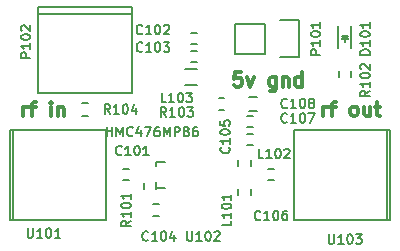
<source format=gto>
G04 #@! TF.FileFunction,Legend,Top*
%FSLAX46Y46*%
G04 Gerber Fmt 4.6, Leading zero omitted, Abs format (unit mm)*
G04 Created by KiCad (PCBNEW 4.0.2-stable) date Thu May 19 00:56:02 2016*
%MOMM*%
G01*
G04 APERTURE LIST*
%ADD10C,0.100000*%
%ADD11C,0.300000*%
%ADD12C,0.150000*%
%ADD13C,0.200000*%
G04 APERTURE END LIST*
D10*
D11*
X117742858Y-76342857D02*
X117171429Y-76342857D01*
X117114286Y-76914286D01*
X117171429Y-76857143D01*
X117285715Y-76800000D01*
X117571429Y-76800000D01*
X117685715Y-76857143D01*
X117742858Y-76914286D01*
X117800001Y-77028571D01*
X117800001Y-77314286D01*
X117742858Y-77428571D01*
X117685715Y-77485714D01*
X117571429Y-77542857D01*
X117285715Y-77542857D01*
X117171429Y-77485714D01*
X117114286Y-77428571D01*
X118200001Y-76742857D02*
X118485715Y-77542857D01*
X118771429Y-76742857D01*
X120657144Y-76742857D02*
X120657144Y-77714286D01*
X120600001Y-77828571D01*
X120542858Y-77885714D01*
X120428573Y-77942857D01*
X120257144Y-77942857D01*
X120142858Y-77885714D01*
X120657144Y-77485714D02*
X120542858Y-77542857D01*
X120314287Y-77542857D01*
X120200001Y-77485714D01*
X120142858Y-77428571D01*
X120085715Y-77314286D01*
X120085715Y-76971429D01*
X120142858Y-76857143D01*
X120200001Y-76800000D01*
X120314287Y-76742857D01*
X120542858Y-76742857D01*
X120657144Y-76800000D01*
X121228572Y-76742857D02*
X121228572Y-77542857D01*
X121228572Y-76857143D02*
X121285715Y-76800000D01*
X121400001Y-76742857D01*
X121571429Y-76742857D01*
X121685715Y-76800000D01*
X121742858Y-76914286D01*
X121742858Y-77542857D01*
X122828572Y-77542857D02*
X122828572Y-76342857D01*
X122828572Y-77485714D02*
X122714286Y-77542857D01*
X122485715Y-77542857D01*
X122371429Y-77485714D01*
X122314286Y-77428571D01*
X122257143Y-77314286D01*
X122257143Y-76971429D01*
X122314286Y-76857143D01*
X122371429Y-76800000D01*
X122485715Y-76742857D01*
X122714286Y-76742857D01*
X122828572Y-76800000D01*
X99285714Y-80042857D02*
X99285714Y-79242857D01*
X99285714Y-79471429D02*
X99342857Y-79357143D01*
X99400000Y-79300000D01*
X99514286Y-79242857D01*
X99628571Y-79242857D01*
X99857143Y-79242857D02*
X100314286Y-79242857D01*
X100028571Y-80042857D02*
X100028571Y-79014286D01*
X100085714Y-78900000D01*
X100200000Y-78842857D01*
X100314286Y-78842857D01*
X101628571Y-80042857D02*
X101628571Y-79242857D01*
X101628571Y-78842857D02*
X101571428Y-78900000D01*
X101628571Y-78957143D01*
X101685714Y-78900000D01*
X101628571Y-78842857D01*
X101628571Y-78957143D01*
X102200000Y-79242857D02*
X102200000Y-80042857D01*
X102200000Y-79357143D02*
X102257143Y-79300000D01*
X102371429Y-79242857D01*
X102542857Y-79242857D01*
X102657143Y-79300000D01*
X102714286Y-79414286D01*
X102714286Y-80042857D01*
X124685715Y-80042857D02*
X124685715Y-79242857D01*
X124685715Y-79471429D02*
X124742858Y-79357143D01*
X124800001Y-79300000D01*
X124914287Y-79242857D01*
X125028572Y-79242857D01*
X125257144Y-79242857D02*
X125714287Y-79242857D01*
X125428572Y-80042857D02*
X125428572Y-79014286D01*
X125485715Y-78900000D01*
X125600001Y-78842857D01*
X125714287Y-78842857D01*
X127200001Y-80042857D02*
X127085715Y-79985714D01*
X127028572Y-79928571D01*
X126971429Y-79814286D01*
X126971429Y-79471429D01*
X127028572Y-79357143D01*
X127085715Y-79300000D01*
X127200001Y-79242857D01*
X127371429Y-79242857D01*
X127485715Y-79300000D01*
X127542858Y-79357143D01*
X127600001Y-79471429D01*
X127600001Y-79814286D01*
X127542858Y-79928571D01*
X127485715Y-79985714D01*
X127371429Y-80042857D01*
X127200001Y-80042857D01*
X128628572Y-79242857D02*
X128628572Y-80042857D01*
X128114286Y-79242857D02*
X128114286Y-79871429D01*
X128171429Y-79985714D01*
X128285715Y-80042857D01*
X128457143Y-80042857D01*
X128571429Y-79985714D01*
X128628572Y-79928571D01*
X129028572Y-79242857D02*
X129485715Y-79242857D01*
X129200000Y-78842857D02*
X129200000Y-79871429D01*
X129257143Y-79985714D01*
X129371429Y-80042857D01*
X129485715Y-80042857D01*
D12*
X107750000Y-85475000D02*
X108250000Y-85475000D01*
X108250000Y-84525000D02*
X107750000Y-84525000D01*
X113500000Y-73975000D02*
X114000000Y-73975000D01*
X114000000Y-73025000D02*
X113500000Y-73025000D01*
X113500000Y-75475000D02*
X114000000Y-75475000D01*
X114000000Y-74525000D02*
X113500000Y-74525000D01*
X110250000Y-88475000D02*
X110750000Y-88475000D01*
X110750000Y-87525000D02*
X110250000Y-87525000D01*
X118750000Y-81525000D02*
X118250000Y-81525000D01*
X118250000Y-82475000D02*
X118750000Y-82475000D01*
X120000000Y-85475000D02*
X120500000Y-85475000D01*
X120500000Y-84525000D02*
X120000000Y-84525000D01*
X118750000Y-80025000D02*
X118250000Y-80025000D01*
X118250000Y-80975000D02*
X118750000Y-80975000D01*
X118400000Y-78400000D02*
X119100000Y-78400000D01*
X119100000Y-79600000D02*
X118400000Y-79600000D01*
X125950000Y-72400000D02*
X125950000Y-74300000D01*
X127050000Y-72400000D02*
X127050000Y-74300000D01*
X126500000Y-73300000D02*
X126500000Y-73750000D01*
X126750000Y-73250000D02*
X126250000Y-73250000D01*
X126500000Y-73250000D02*
X126750000Y-73500000D01*
X126750000Y-73500000D02*
X126250000Y-73500000D01*
X126250000Y-73500000D02*
X126500000Y-73250000D01*
X118525000Y-86750000D02*
X118525000Y-86250000D01*
X117475000Y-86250000D02*
X117475000Y-86750000D01*
X118525000Y-84250000D02*
X118525000Y-83750000D01*
X117475000Y-83750000D02*
X117475000Y-84250000D01*
X114000000Y-77425000D02*
X113000000Y-77425000D01*
X113000000Y-76075000D02*
X114000000Y-76075000D01*
X119770000Y-74770000D02*
X117230000Y-74770000D01*
X122590000Y-75050000D02*
X121040000Y-75050000D01*
X119770000Y-74770000D02*
X119770000Y-72230000D01*
X121040000Y-71950000D02*
X122590000Y-71950000D01*
X122590000Y-71950000D02*
X122590000Y-75050000D01*
X119770000Y-72230000D02*
X117230000Y-72230000D01*
X117230000Y-72230000D02*
X117230000Y-74770000D01*
X108500000Y-70805000D02*
X100500000Y-70805000D01*
X108500000Y-78125000D02*
X100500000Y-78125000D01*
X100500000Y-78125000D02*
X100500000Y-70805000D01*
X100500000Y-71425000D02*
X108500000Y-71425000D01*
X108500000Y-70805000D02*
X108500000Y-78125000D01*
X109475000Y-85700000D02*
X109475000Y-86200000D01*
X110525000Y-86200000D02*
X110525000Y-85700000D01*
X125975000Y-76200000D02*
X125975000Y-76700000D01*
X127025000Y-76700000D02*
X127025000Y-76200000D01*
X115800000Y-79525000D02*
X116300000Y-79525000D01*
X116300000Y-78475000D02*
X115800000Y-78475000D01*
X104750000Y-78975000D02*
X104250000Y-78975000D01*
X104250000Y-80025000D02*
X104750000Y-80025000D01*
X98436000Y-88810000D02*
X98436000Y-81190000D01*
X98182000Y-88810000D02*
X98690000Y-88810000D01*
X98182000Y-81190000D02*
X98182000Y-88810000D01*
X98182000Y-81190000D02*
X98690000Y-81190000D01*
X106310000Y-88810000D02*
X98690000Y-88810000D01*
X106310000Y-81190000D02*
X106310000Y-88810000D01*
X98690000Y-81190000D02*
X106310000Y-81190000D01*
X111170000Y-86100000D02*
X111270000Y-86100000D01*
X110470000Y-85600000D02*
X110470000Y-86000000D01*
X110470000Y-86000000D02*
X110470000Y-86100000D01*
X110470000Y-86100000D02*
X111170000Y-86100000D01*
X110470000Y-83900000D02*
X111270000Y-83900000D01*
X110470000Y-83900000D02*
X110470000Y-84300000D01*
X130064000Y-81190000D02*
X130064000Y-88810000D01*
X130318000Y-81190000D02*
X129810000Y-81190000D01*
X130318000Y-88810000D02*
X130318000Y-81190000D01*
X130318000Y-88810000D02*
X129810000Y-88810000D01*
X122190000Y-81190000D02*
X129810000Y-81190000D01*
X122190000Y-88810000D02*
X122190000Y-81190000D01*
X129810000Y-88810000D02*
X122190000Y-88810000D01*
D13*
X107604762Y-83285714D02*
X107566667Y-83323810D01*
X107452381Y-83361905D01*
X107376191Y-83361905D01*
X107261905Y-83323810D01*
X107185714Y-83247619D01*
X107147619Y-83171429D01*
X107109524Y-83019048D01*
X107109524Y-82904762D01*
X107147619Y-82752381D01*
X107185714Y-82676190D01*
X107261905Y-82600000D01*
X107376191Y-82561905D01*
X107452381Y-82561905D01*
X107566667Y-82600000D01*
X107604762Y-82638095D01*
X108366667Y-83361905D02*
X107909524Y-83361905D01*
X108138095Y-83361905D02*
X108138095Y-82561905D01*
X108061905Y-82676190D01*
X107985714Y-82752381D01*
X107909524Y-82790476D01*
X108861905Y-82561905D02*
X108938096Y-82561905D01*
X109014286Y-82600000D01*
X109052381Y-82638095D01*
X109090477Y-82714286D01*
X109128572Y-82866667D01*
X109128572Y-83057143D01*
X109090477Y-83209524D01*
X109052381Y-83285714D01*
X109014286Y-83323810D01*
X108938096Y-83361905D01*
X108861905Y-83361905D01*
X108785715Y-83323810D01*
X108747619Y-83285714D01*
X108709524Y-83209524D01*
X108671429Y-83057143D01*
X108671429Y-82866667D01*
X108709524Y-82714286D01*
X108747619Y-82638095D01*
X108785715Y-82600000D01*
X108861905Y-82561905D01*
X109890477Y-83361905D02*
X109433334Y-83361905D01*
X109661905Y-83361905D02*
X109661905Y-82561905D01*
X109585715Y-82676190D01*
X109509524Y-82752381D01*
X109433334Y-82790476D01*
X109354762Y-73035714D02*
X109316667Y-73073810D01*
X109202381Y-73111905D01*
X109126191Y-73111905D01*
X109011905Y-73073810D01*
X108935714Y-72997619D01*
X108897619Y-72921429D01*
X108859524Y-72769048D01*
X108859524Y-72654762D01*
X108897619Y-72502381D01*
X108935714Y-72426190D01*
X109011905Y-72350000D01*
X109126191Y-72311905D01*
X109202381Y-72311905D01*
X109316667Y-72350000D01*
X109354762Y-72388095D01*
X110116667Y-73111905D02*
X109659524Y-73111905D01*
X109888095Y-73111905D02*
X109888095Y-72311905D01*
X109811905Y-72426190D01*
X109735714Y-72502381D01*
X109659524Y-72540476D01*
X110611905Y-72311905D02*
X110688096Y-72311905D01*
X110764286Y-72350000D01*
X110802381Y-72388095D01*
X110840477Y-72464286D01*
X110878572Y-72616667D01*
X110878572Y-72807143D01*
X110840477Y-72959524D01*
X110802381Y-73035714D01*
X110764286Y-73073810D01*
X110688096Y-73111905D01*
X110611905Y-73111905D01*
X110535715Y-73073810D01*
X110497619Y-73035714D01*
X110459524Y-72959524D01*
X110421429Y-72807143D01*
X110421429Y-72616667D01*
X110459524Y-72464286D01*
X110497619Y-72388095D01*
X110535715Y-72350000D01*
X110611905Y-72311905D01*
X111183334Y-72388095D02*
X111221429Y-72350000D01*
X111297620Y-72311905D01*
X111488096Y-72311905D01*
X111564286Y-72350000D01*
X111602382Y-72388095D01*
X111640477Y-72464286D01*
X111640477Y-72540476D01*
X111602382Y-72654762D01*
X111145239Y-73111905D01*
X111640477Y-73111905D01*
X109354762Y-74535714D02*
X109316667Y-74573810D01*
X109202381Y-74611905D01*
X109126191Y-74611905D01*
X109011905Y-74573810D01*
X108935714Y-74497619D01*
X108897619Y-74421429D01*
X108859524Y-74269048D01*
X108859524Y-74154762D01*
X108897619Y-74002381D01*
X108935714Y-73926190D01*
X109011905Y-73850000D01*
X109126191Y-73811905D01*
X109202381Y-73811905D01*
X109316667Y-73850000D01*
X109354762Y-73888095D01*
X110116667Y-74611905D02*
X109659524Y-74611905D01*
X109888095Y-74611905D02*
X109888095Y-73811905D01*
X109811905Y-73926190D01*
X109735714Y-74002381D01*
X109659524Y-74040476D01*
X110611905Y-73811905D02*
X110688096Y-73811905D01*
X110764286Y-73850000D01*
X110802381Y-73888095D01*
X110840477Y-73964286D01*
X110878572Y-74116667D01*
X110878572Y-74307143D01*
X110840477Y-74459524D01*
X110802381Y-74535714D01*
X110764286Y-74573810D01*
X110688096Y-74611905D01*
X110611905Y-74611905D01*
X110535715Y-74573810D01*
X110497619Y-74535714D01*
X110459524Y-74459524D01*
X110421429Y-74307143D01*
X110421429Y-74116667D01*
X110459524Y-73964286D01*
X110497619Y-73888095D01*
X110535715Y-73850000D01*
X110611905Y-73811905D01*
X111145239Y-73811905D02*
X111640477Y-73811905D01*
X111373810Y-74116667D01*
X111488096Y-74116667D01*
X111564286Y-74154762D01*
X111602382Y-74192857D01*
X111640477Y-74269048D01*
X111640477Y-74459524D01*
X111602382Y-74535714D01*
X111564286Y-74573810D01*
X111488096Y-74611905D01*
X111259524Y-74611905D01*
X111183334Y-74573810D01*
X111145239Y-74535714D01*
X109854762Y-90535714D02*
X109816667Y-90573810D01*
X109702381Y-90611905D01*
X109626191Y-90611905D01*
X109511905Y-90573810D01*
X109435714Y-90497619D01*
X109397619Y-90421429D01*
X109359524Y-90269048D01*
X109359524Y-90154762D01*
X109397619Y-90002381D01*
X109435714Y-89926190D01*
X109511905Y-89850000D01*
X109626191Y-89811905D01*
X109702381Y-89811905D01*
X109816667Y-89850000D01*
X109854762Y-89888095D01*
X110616667Y-90611905D02*
X110159524Y-90611905D01*
X110388095Y-90611905D02*
X110388095Y-89811905D01*
X110311905Y-89926190D01*
X110235714Y-90002381D01*
X110159524Y-90040476D01*
X111111905Y-89811905D02*
X111188096Y-89811905D01*
X111264286Y-89850000D01*
X111302381Y-89888095D01*
X111340477Y-89964286D01*
X111378572Y-90116667D01*
X111378572Y-90307143D01*
X111340477Y-90459524D01*
X111302381Y-90535714D01*
X111264286Y-90573810D01*
X111188096Y-90611905D01*
X111111905Y-90611905D01*
X111035715Y-90573810D01*
X110997619Y-90535714D01*
X110959524Y-90459524D01*
X110921429Y-90307143D01*
X110921429Y-90116667D01*
X110959524Y-89964286D01*
X110997619Y-89888095D01*
X111035715Y-89850000D01*
X111111905Y-89811905D01*
X112064286Y-90078571D02*
X112064286Y-90611905D01*
X111873810Y-89773810D02*
X111683334Y-90345238D01*
X112178572Y-90345238D01*
X116685714Y-82695238D02*
X116723810Y-82733333D01*
X116761905Y-82847619D01*
X116761905Y-82923809D01*
X116723810Y-83038095D01*
X116647619Y-83114286D01*
X116571429Y-83152381D01*
X116419048Y-83190476D01*
X116304762Y-83190476D01*
X116152381Y-83152381D01*
X116076190Y-83114286D01*
X116000000Y-83038095D01*
X115961905Y-82923809D01*
X115961905Y-82847619D01*
X116000000Y-82733333D01*
X116038095Y-82695238D01*
X116761905Y-81933333D02*
X116761905Y-82390476D01*
X116761905Y-82161905D02*
X115961905Y-82161905D01*
X116076190Y-82238095D01*
X116152381Y-82314286D01*
X116190476Y-82390476D01*
X115961905Y-81438095D02*
X115961905Y-81361904D01*
X116000000Y-81285714D01*
X116038095Y-81247619D01*
X116114286Y-81209523D01*
X116266667Y-81171428D01*
X116457143Y-81171428D01*
X116609524Y-81209523D01*
X116685714Y-81247619D01*
X116723810Y-81285714D01*
X116761905Y-81361904D01*
X116761905Y-81438095D01*
X116723810Y-81514285D01*
X116685714Y-81552381D01*
X116609524Y-81590476D01*
X116457143Y-81628571D01*
X116266667Y-81628571D01*
X116114286Y-81590476D01*
X116038095Y-81552381D01*
X116000000Y-81514285D01*
X115961905Y-81438095D01*
X115961905Y-80447618D02*
X115961905Y-80828571D01*
X116342857Y-80866666D01*
X116304762Y-80828571D01*
X116266667Y-80752380D01*
X116266667Y-80561904D01*
X116304762Y-80485714D01*
X116342857Y-80447618D01*
X116419048Y-80409523D01*
X116609524Y-80409523D01*
X116685714Y-80447618D01*
X116723810Y-80485714D01*
X116761905Y-80561904D01*
X116761905Y-80752380D01*
X116723810Y-80828571D01*
X116685714Y-80866666D01*
X119354762Y-88785714D02*
X119316667Y-88823810D01*
X119202381Y-88861905D01*
X119126191Y-88861905D01*
X119011905Y-88823810D01*
X118935714Y-88747619D01*
X118897619Y-88671429D01*
X118859524Y-88519048D01*
X118859524Y-88404762D01*
X118897619Y-88252381D01*
X118935714Y-88176190D01*
X119011905Y-88100000D01*
X119126191Y-88061905D01*
X119202381Y-88061905D01*
X119316667Y-88100000D01*
X119354762Y-88138095D01*
X120116667Y-88861905D02*
X119659524Y-88861905D01*
X119888095Y-88861905D02*
X119888095Y-88061905D01*
X119811905Y-88176190D01*
X119735714Y-88252381D01*
X119659524Y-88290476D01*
X120611905Y-88061905D02*
X120688096Y-88061905D01*
X120764286Y-88100000D01*
X120802381Y-88138095D01*
X120840477Y-88214286D01*
X120878572Y-88366667D01*
X120878572Y-88557143D01*
X120840477Y-88709524D01*
X120802381Y-88785714D01*
X120764286Y-88823810D01*
X120688096Y-88861905D01*
X120611905Y-88861905D01*
X120535715Y-88823810D01*
X120497619Y-88785714D01*
X120459524Y-88709524D01*
X120421429Y-88557143D01*
X120421429Y-88366667D01*
X120459524Y-88214286D01*
X120497619Y-88138095D01*
X120535715Y-88100000D01*
X120611905Y-88061905D01*
X121564286Y-88061905D02*
X121411905Y-88061905D01*
X121335715Y-88100000D01*
X121297620Y-88138095D01*
X121221429Y-88252381D01*
X121183334Y-88404762D01*
X121183334Y-88709524D01*
X121221429Y-88785714D01*
X121259524Y-88823810D01*
X121335715Y-88861905D01*
X121488096Y-88861905D01*
X121564286Y-88823810D01*
X121602382Y-88785714D01*
X121640477Y-88709524D01*
X121640477Y-88519048D01*
X121602382Y-88442857D01*
X121564286Y-88404762D01*
X121488096Y-88366667D01*
X121335715Y-88366667D01*
X121259524Y-88404762D01*
X121221429Y-88442857D01*
X121183334Y-88519048D01*
X121604762Y-80535714D02*
X121566667Y-80573810D01*
X121452381Y-80611905D01*
X121376191Y-80611905D01*
X121261905Y-80573810D01*
X121185714Y-80497619D01*
X121147619Y-80421429D01*
X121109524Y-80269048D01*
X121109524Y-80154762D01*
X121147619Y-80002381D01*
X121185714Y-79926190D01*
X121261905Y-79850000D01*
X121376191Y-79811905D01*
X121452381Y-79811905D01*
X121566667Y-79850000D01*
X121604762Y-79888095D01*
X122366667Y-80611905D02*
X121909524Y-80611905D01*
X122138095Y-80611905D02*
X122138095Y-79811905D01*
X122061905Y-79926190D01*
X121985714Y-80002381D01*
X121909524Y-80040476D01*
X122861905Y-79811905D02*
X122938096Y-79811905D01*
X123014286Y-79850000D01*
X123052381Y-79888095D01*
X123090477Y-79964286D01*
X123128572Y-80116667D01*
X123128572Y-80307143D01*
X123090477Y-80459524D01*
X123052381Y-80535714D01*
X123014286Y-80573810D01*
X122938096Y-80611905D01*
X122861905Y-80611905D01*
X122785715Y-80573810D01*
X122747619Y-80535714D01*
X122709524Y-80459524D01*
X122671429Y-80307143D01*
X122671429Y-80116667D01*
X122709524Y-79964286D01*
X122747619Y-79888095D01*
X122785715Y-79850000D01*
X122861905Y-79811905D01*
X123395239Y-79811905D02*
X123928572Y-79811905D01*
X123585715Y-80611905D01*
X121604762Y-79285714D02*
X121566667Y-79323810D01*
X121452381Y-79361905D01*
X121376191Y-79361905D01*
X121261905Y-79323810D01*
X121185714Y-79247619D01*
X121147619Y-79171429D01*
X121109524Y-79019048D01*
X121109524Y-78904762D01*
X121147619Y-78752381D01*
X121185714Y-78676190D01*
X121261905Y-78600000D01*
X121376191Y-78561905D01*
X121452381Y-78561905D01*
X121566667Y-78600000D01*
X121604762Y-78638095D01*
X122366667Y-79361905D02*
X121909524Y-79361905D01*
X122138095Y-79361905D02*
X122138095Y-78561905D01*
X122061905Y-78676190D01*
X121985714Y-78752381D01*
X121909524Y-78790476D01*
X122861905Y-78561905D02*
X122938096Y-78561905D01*
X123014286Y-78600000D01*
X123052381Y-78638095D01*
X123090477Y-78714286D01*
X123128572Y-78866667D01*
X123128572Y-79057143D01*
X123090477Y-79209524D01*
X123052381Y-79285714D01*
X123014286Y-79323810D01*
X122938096Y-79361905D01*
X122861905Y-79361905D01*
X122785715Y-79323810D01*
X122747619Y-79285714D01*
X122709524Y-79209524D01*
X122671429Y-79057143D01*
X122671429Y-78866667D01*
X122709524Y-78714286D01*
X122747619Y-78638095D01*
X122785715Y-78600000D01*
X122861905Y-78561905D01*
X123585715Y-78904762D02*
X123509524Y-78866667D01*
X123471429Y-78828571D01*
X123433334Y-78752381D01*
X123433334Y-78714286D01*
X123471429Y-78638095D01*
X123509524Y-78600000D01*
X123585715Y-78561905D01*
X123738096Y-78561905D01*
X123814286Y-78600000D01*
X123852382Y-78638095D01*
X123890477Y-78714286D01*
X123890477Y-78752381D01*
X123852382Y-78828571D01*
X123814286Y-78866667D01*
X123738096Y-78904762D01*
X123585715Y-78904762D01*
X123509524Y-78942857D01*
X123471429Y-78980952D01*
X123433334Y-79057143D01*
X123433334Y-79209524D01*
X123471429Y-79285714D01*
X123509524Y-79323810D01*
X123585715Y-79361905D01*
X123738096Y-79361905D01*
X123814286Y-79323810D01*
X123852382Y-79285714D01*
X123890477Y-79209524D01*
X123890477Y-79057143D01*
X123852382Y-78980952D01*
X123814286Y-78942857D01*
X123738096Y-78904762D01*
X128611905Y-74852381D02*
X127811905Y-74852381D01*
X127811905Y-74661905D01*
X127850000Y-74547619D01*
X127926190Y-74471428D01*
X128002381Y-74433333D01*
X128154762Y-74395238D01*
X128269048Y-74395238D01*
X128421429Y-74433333D01*
X128497619Y-74471428D01*
X128573810Y-74547619D01*
X128611905Y-74661905D01*
X128611905Y-74852381D01*
X128611905Y-73633333D02*
X128611905Y-74090476D01*
X128611905Y-73861905D02*
X127811905Y-73861905D01*
X127926190Y-73938095D01*
X128002381Y-74014286D01*
X128040476Y-74090476D01*
X127811905Y-73138095D02*
X127811905Y-73061904D01*
X127850000Y-72985714D01*
X127888095Y-72947619D01*
X127964286Y-72909523D01*
X128116667Y-72871428D01*
X128307143Y-72871428D01*
X128459524Y-72909523D01*
X128535714Y-72947619D01*
X128573810Y-72985714D01*
X128611905Y-73061904D01*
X128611905Y-73138095D01*
X128573810Y-73214285D01*
X128535714Y-73252381D01*
X128459524Y-73290476D01*
X128307143Y-73328571D01*
X128116667Y-73328571D01*
X127964286Y-73290476D01*
X127888095Y-73252381D01*
X127850000Y-73214285D01*
X127811905Y-73138095D01*
X128611905Y-72109523D02*
X128611905Y-72566666D01*
X128611905Y-72338095D02*
X127811905Y-72338095D01*
X127926190Y-72414285D01*
X128002381Y-72490476D01*
X128040476Y-72566666D01*
X116861905Y-88895238D02*
X116861905Y-89276191D01*
X116061905Y-89276191D01*
X116861905Y-88209524D02*
X116861905Y-88666667D01*
X116861905Y-88438096D02*
X116061905Y-88438096D01*
X116176190Y-88514286D01*
X116252381Y-88590477D01*
X116290476Y-88666667D01*
X116061905Y-87714286D02*
X116061905Y-87638095D01*
X116100000Y-87561905D01*
X116138095Y-87523810D01*
X116214286Y-87485714D01*
X116366667Y-87447619D01*
X116557143Y-87447619D01*
X116709524Y-87485714D01*
X116785714Y-87523810D01*
X116823810Y-87561905D01*
X116861905Y-87638095D01*
X116861905Y-87714286D01*
X116823810Y-87790476D01*
X116785714Y-87828572D01*
X116709524Y-87866667D01*
X116557143Y-87904762D01*
X116366667Y-87904762D01*
X116214286Y-87866667D01*
X116138095Y-87828572D01*
X116100000Y-87790476D01*
X116061905Y-87714286D01*
X116861905Y-86685714D02*
X116861905Y-87142857D01*
X116861905Y-86914286D02*
X116061905Y-86914286D01*
X116176190Y-86990476D01*
X116252381Y-87066667D01*
X116290476Y-87142857D01*
X119604762Y-83611905D02*
X119223809Y-83611905D01*
X119223809Y-82811905D01*
X120290476Y-83611905D02*
X119833333Y-83611905D01*
X120061904Y-83611905D02*
X120061904Y-82811905D01*
X119985714Y-82926190D01*
X119909523Y-83002381D01*
X119833333Y-83040476D01*
X120785714Y-82811905D02*
X120861905Y-82811905D01*
X120938095Y-82850000D01*
X120976190Y-82888095D01*
X121014286Y-82964286D01*
X121052381Y-83116667D01*
X121052381Y-83307143D01*
X121014286Y-83459524D01*
X120976190Y-83535714D01*
X120938095Y-83573810D01*
X120861905Y-83611905D01*
X120785714Y-83611905D01*
X120709524Y-83573810D01*
X120671428Y-83535714D01*
X120633333Y-83459524D01*
X120595238Y-83307143D01*
X120595238Y-83116667D01*
X120633333Y-82964286D01*
X120671428Y-82888095D01*
X120709524Y-82850000D01*
X120785714Y-82811905D01*
X121357143Y-82888095D02*
X121395238Y-82850000D01*
X121471429Y-82811905D01*
X121661905Y-82811905D01*
X121738095Y-82850000D01*
X121776191Y-82888095D01*
X121814286Y-82964286D01*
X121814286Y-83040476D01*
X121776191Y-83154762D01*
X121319048Y-83611905D01*
X121814286Y-83611905D01*
X111354762Y-78861905D02*
X110973809Y-78861905D01*
X110973809Y-78061905D01*
X112040476Y-78861905D02*
X111583333Y-78861905D01*
X111811904Y-78861905D02*
X111811904Y-78061905D01*
X111735714Y-78176190D01*
X111659523Y-78252381D01*
X111583333Y-78290476D01*
X112535714Y-78061905D02*
X112611905Y-78061905D01*
X112688095Y-78100000D01*
X112726190Y-78138095D01*
X112764286Y-78214286D01*
X112802381Y-78366667D01*
X112802381Y-78557143D01*
X112764286Y-78709524D01*
X112726190Y-78785714D01*
X112688095Y-78823810D01*
X112611905Y-78861905D01*
X112535714Y-78861905D01*
X112459524Y-78823810D01*
X112421428Y-78785714D01*
X112383333Y-78709524D01*
X112345238Y-78557143D01*
X112345238Y-78366667D01*
X112383333Y-78214286D01*
X112421428Y-78138095D01*
X112459524Y-78100000D01*
X112535714Y-78061905D01*
X113069048Y-78061905D02*
X113564286Y-78061905D01*
X113297619Y-78366667D01*
X113411905Y-78366667D01*
X113488095Y-78404762D01*
X113526191Y-78442857D01*
X113564286Y-78519048D01*
X113564286Y-78709524D01*
X113526191Y-78785714D01*
X113488095Y-78823810D01*
X113411905Y-78861905D01*
X113183333Y-78861905D01*
X113107143Y-78823810D01*
X113069048Y-78785714D01*
X124401905Y-74852381D02*
X123601905Y-74852381D01*
X123601905Y-74547619D01*
X123640000Y-74471428D01*
X123678095Y-74433333D01*
X123754286Y-74395238D01*
X123868571Y-74395238D01*
X123944762Y-74433333D01*
X123982857Y-74471428D01*
X124020952Y-74547619D01*
X124020952Y-74852381D01*
X124401905Y-73633333D02*
X124401905Y-74090476D01*
X124401905Y-73861905D02*
X123601905Y-73861905D01*
X123716190Y-73938095D01*
X123792381Y-74014286D01*
X123830476Y-74090476D01*
X123601905Y-73138095D02*
X123601905Y-73061904D01*
X123640000Y-72985714D01*
X123678095Y-72947619D01*
X123754286Y-72909523D01*
X123906667Y-72871428D01*
X124097143Y-72871428D01*
X124249524Y-72909523D01*
X124325714Y-72947619D01*
X124363810Y-72985714D01*
X124401905Y-73061904D01*
X124401905Y-73138095D01*
X124363810Y-73214285D01*
X124325714Y-73252381D01*
X124249524Y-73290476D01*
X124097143Y-73328571D01*
X123906667Y-73328571D01*
X123754286Y-73290476D01*
X123678095Y-73252381D01*
X123640000Y-73214285D01*
X123601905Y-73138095D01*
X124401905Y-72109523D02*
X124401905Y-72566666D01*
X124401905Y-72338095D02*
X123601905Y-72338095D01*
X123716190Y-72414285D01*
X123792381Y-72490476D01*
X123830476Y-72566666D01*
X99861905Y-75102381D02*
X99061905Y-75102381D01*
X99061905Y-74797619D01*
X99100000Y-74721428D01*
X99138095Y-74683333D01*
X99214286Y-74645238D01*
X99328571Y-74645238D01*
X99404762Y-74683333D01*
X99442857Y-74721428D01*
X99480952Y-74797619D01*
X99480952Y-75102381D01*
X99861905Y-73883333D02*
X99861905Y-74340476D01*
X99861905Y-74111905D02*
X99061905Y-74111905D01*
X99176190Y-74188095D01*
X99252381Y-74264286D01*
X99290476Y-74340476D01*
X99061905Y-73388095D02*
X99061905Y-73311904D01*
X99100000Y-73235714D01*
X99138095Y-73197619D01*
X99214286Y-73159523D01*
X99366667Y-73121428D01*
X99557143Y-73121428D01*
X99709524Y-73159523D01*
X99785714Y-73197619D01*
X99823810Y-73235714D01*
X99861905Y-73311904D01*
X99861905Y-73388095D01*
X99823810Y-73464285D01*
X99785714Y-73502381D01*
X99709524Y-73540476D01*
X99557143Y-73578571D01*
X99366667Y-73578571D01*
X99214286Y-73540476D01*
X99138095Y-73502381D01*
X99100000Y-73464285D01*
X99061905Y-73388095D01*
X99138095Y-72816666D02*
X99100000Y-72778571D01*
X99061905Y-72702380D01*
X99061905Y-72511904D01*
X99100000Y-72435714D01*
X99138095Y-72397618D01*
X99214286Y-72359523D01*
X99290476Y-72359523D01*
X99404762Y-72397618D01*
X99861905Y-72854761D01*
X99861905Y-72359523D01*
X108361905Y-88895238D02*
X107980952Y-89161905D01*
X108361905Y-89352381D02*
X107561905Y-89352381D01*
X107561905Y-89047619D01*
X107600000Y-88971428D01*
X107638095Y-88933333D01*
X107714286Y-88895238D01*
X107828571Y-88895238D01*
X107904762Y-88933333D01*
X107942857Y-88971428D01*
X107980952Y-89047619D01*
X107980952Y-89352381D01*
X108361905Y-88133333D02*
X108361905Y-88590476D01*
X108361905Y-88361905D02*
X107561905Y-88361905D01*
X107676190Y-88438095D01*
X107752381Y-88514286D01*
X107790476Y-88590476D01*
X107561905Y-87638095D02*
X107561905Y-87561904D01*
X107600000Y-87485714D01*
X107638095Y-87447619D01*
X107714286Y-87409523D01*
X107866667Y-87371428D01*
X108057143Y-87371428D01*
X108209524Y-87409523D01*
X108285714Y-87447619D01*
X108323810Y-87485714D01*
X108361905Y-87561904D01*
X108361905Y-87638095D01*
X108323810Y-87714285D01*
X108285714Y-87752381D01*
X108209524Y-87790476D01*
X108057143Y-87828571D01*
X107866667Y-87828571D01*
X107714286Y-87790476D01*
X107638095Y-87752381D01*
X107600000Y-87714285D01*
X107561905Y-87638095D01*
X108361905Y-86609523D02*
X108361905Y-87066666D01*
X108361905Y-86838095D02*
X107561905Y-86838095D01*
X107676190Y-86914285D01*
X107752381Y-86990476D01*
X107790476Y-87066666D01*
X128611905Y-77895238D02*
X128230952Y-78161905D01*
X128611905Y-78352381D02*
X127811905Y-78352381D01*
X127811905Y-78047619D01*
X127850000Y-77971428D01*
X127888095Y-77933333D01*
X127964286Y-77895238D01*
X128078571Y-77895238D01*
X128154762Y-77933333D01*
X128192857Y-77971428D01*
X128230952Y-78047619D01*
X128230952Y-78352381D01*
X128611905Y-77133333D02*
X128611905Y-77590476D01*
X128611905Y-77361905D02*
X127811905Y-77361905D01*
X127926190Y-77438095D01*
X128002381Y-77514286D01*
X128040476Y-77590476D01*
X127811905Y-76638095D02*
X127811905Y-76561904D01*
X127850000Y-76485714D01*
X127888095Y-76447619D01*
X127964286Y-76409523D01*
X128116667Y-76371428D01*
X128307143Y-76371428D01*
X128459524Y-76409523D01*
X128535714Y-76447619D01*
X128573810Y-76485714D01*
X128611905Y-76561904D01*
X128611905Y-76638095D01*
X128573810Y-76714285D01*
X128535714Y-76752381D01*
X128459524Y-76790476D01*
X128307143Y-76828571D01*
X128116667Y-76828571D01*
X127964286Y-76790476D01*
X127888095Y-76752381D01*
X127850000Y-76714285D01*
X127811905Y-76638095D01*
X127888095Y-76066666D02*
X127850000Y-76028571D01*
X127811905Y-75952380D01*
X127811905Y-75761904D01*
X127850000Y-75685714D01*
X127888095Y-75647618D01*
X127964286Y-75609523D01*
X128040476Y-75609523D01*
X128154762Y-75647618D01*
X128611905Y-76104761D01*
X128611905Y-75609523D01*
X111354762Y-80111905D02*
X111088095Y-79730952D01*
X110897619Y-80111905D02*
X110897619Y-79311905D01*
X111202381Y-79311905D01*
X111278572Y-79350000D01*
X111316667Y-79388095D01*
X111354762Y-79464286D01*
X111354762Y-79578571D01*
X111316667Y-79654762D01*
X111278572Y-79692857D01*
X111202381Y-79730952D01*
X110897619Y-79730952D01*
X112116667Y-80111905D02*
X111659524Y-80111905D01*
X111888095Y-80111905D02*
X111888095Y-79311905D01*
X111811905Y-79426190D01*
X111735714Y-79502381D01*
X111659524Y-79540476D01*
X112611905Y-79311905D02*
X112688096Y-79311905D01*
X112764286Y-79350000D01*
X112802381Y-79388095D01*
X112840477Y-79464286D01*
X112878572Y-79616667D01*
X112878572Y-79807143D01*
X112840477Y-79959524D01*
X112802381Y-80035714D01*
X112764286Y-80073810D01*
X112688096Y-80111905D01*
X112611905Y-80111905D01*
X112535715Y-80073810D01*
X112497619Y-80035714D01*
X112459524Y-79959524D01*
X112421429Y-79807143D01*
X112421429Y-79616667D01*
X112459524Y-79464286D01*
X112497619Y-79388095D01*
X112535715Y-79350000D01*
X112611905Y-79311905D01*
X113145239Y-79311905D02*
X113640477Y-79311905D01*
X113373810Y-79616667D01*
X113488096Y-79616667D01*
X113564286Y-79654762D01*
X113602382Y-79692857D01*
X113640477Y-79769048D01*
X113640477Y-79959524D01*
X113602382Y-80035714D01*
X113564286Y-80073810D01*
X113488096Y-80111905D01*
X113259524Y-80111905D01*
X113183334Y-80073810D01*
X113145239Y-80035714D01*
X106604762Y-79861905D02*
X106338095Y-79480952D01*
X106147619Y-79861905D02*
X106147619Y-79061905D01*
X106452381Y-79061905D01*
X106528572Y-79100000D01*
X106566667Y-79138095D01*
X106604762Y-79214286D01*
X106604762Y-79328571D01*
X106566667Y-79404762D01*
X106528572Y-79442857D01*
X106452381Y-79480952D01*
X106147619Y-79480952D01*
X107366667Y-79861905D02*
X106909524Y-79861905D01*
X107138095Y-79861905D02*
X107138095Y-79061905D01*
X107061905Y-79176190D01*
X106985714Y-79252381D01*
X106909524Y-79290476D01*
X107861905Y-79061905D02*
X107938096Y-79061905D01*
X108014286Y-79100000D01*
X108052381Y-79138095D01*
X108090477Y-79214286D01*
X108128572Y-79366667D01*
X108128572Y-79557143D01*
X108090477Y-79709524D01*
X108052381Y-79785714D01*
X108014286Y-79823810D01*
X107938096Y-79861905D01*
X107861905Y-79861905D01*
X107785715Y-79823810D01*
X107747619Y-79785714D01*
X107709524Y-79709524D01*
X107671429Y-79557143D01*
X107671429Y-79366667D01*
X107709524Y-79214286D01*
X107747619Y-79138095D01*
X107785715Y-79100000D01*
X107861905Y-79061905D01*
X108814286Y-79328571D02*
X108814286Y-79861905D01*
X108623810Y-79023810D02*
X108433334Y-79595238D01*
X108928572Y-79595238D01*
X99628571Y-89561905D02*
X99628571Y-90209524D01*
X99666666Y-90285714D01*
X99704762Y-90323810D01*
X99780952Y-90361905D01*
X99933333Y-90361905D01*
X100009524Y-90323810D01*
X100047619Y-90285714D01*
X100085714Y-90209524D01*
X100085714Y-89561905D01*
X100885714Y-90361905D02*
X100428571Y-90361905D01*
X100657142Y-90361905D02*
X100657142Y-89561905D01*
X100580952Y-89676190D01*
X100504761Y-89752381D01*
X100428571Y-89790476D01*
X101380952Y-89561905D02*
X101457143Y-89561905D01*
X101533333Y-89600000D01*
X101571428Y-89638095D01*
X101609524Y-89714286D01*
X101647619Y-89866667D01*
X101647619Y-90057143D01*
X101609524Y-90209524D01*
X101571428Y-90285714D01*
X101533333Y-90323810D01*
X101457143Y-90361905D01*
X101380952Y-90361905D01*
X101304762Y-90323810D01*
X101266666Y-90285714D01*
X101228571Y-90209524D01*
X101190476Y-90057143D01*
X101190476Y-89866667D01*
X101228571Y-89714286D01*
X101266666Y-89638095D01*
X101304762Y-89600000D01*
X101380952Y-89561905D01*
X102409524Y-90361905D02*
X101952381Y-90361905D01*
X102180952Y-90361905D02*
X102180952Y-89561905D01*
X102104762Y-89676190D01*
X102028571Y-89752381D01*
X101952381Y-89790476D01*
X113128571Y-89811905D02*
X113128571Y-90459524D01*
X113166666Y-90535714D01*
X113204762Y-90573810D01*
X113280952Y-90611905D01*
X113433333Y-90611905D01*
X113509524Y-90573810D01*
X113547619Y-90535714D01*
X113585714Y-90459524D01*
X113585714Y-89811905D01*
X114385714Y-90611905D02*
X113928571Y-90611905D01*
X114157142Y-90611905D02*
X114157142Y-89811905D01*
X114080952Y-89926190D01*
X114004761Y-90002381D01*
X113928571Y-90040476D01*
X114880952Y-89811905D02*
X114957143Y-89811905D01*
X115033333Y-89850000D01*
X115071428Y-89888095D01*
X115109524Y-89964286D01*
X115147619Y-90116667D01*
X115147619Y-90307143D01*
X115109524Y-90459524D01*
X115071428Y-90535714D01*
X115033333Y-90573810D01*
X114957143Y-90611905D01*
X114880952Y-90611905D01*
X114804762Y-90573810D01*
X114766666Y-90535714D01*
X114728571Y-90459524D01*
X114690476Y-90307143D01*
X114690476Y-90116667D01*
X114728571Y-89964286D01*
X114766666Y-89888095D01*
X114804762Y-89850000D01*
X114880952Y-89811905D01*
X115452381Y-89888095D02*
X115490476Y-89850000D01*
X115566667Y-89811905D01*
X115757143Y-89811905D01*
X115833333Y-89850000D01*
X115871429Y-89888095D01*
X115909524Y-89964286D01*
X115909524Y-90040476D01*
X115871429Y-90154762D01*
X115414286Y-90611905D01*
X115909524Y-90611905D01*
X106322380Y-81761905D02*
X106322380Y-80961905D01*
X106322380Y-81342857D02*
X106779523Y-81342857D01*
X106779523Y-81761905D02*
X106779523Y-80961905D01*
X107160475Y-81761905D02*
X107160475Y-80961905D01*
X107427142Y-81533333D01*
X107693809Y-80961905D01*
X107693809Y-81761905D01*
X108531904Y-81685714D02*
X108493809Y-81723810D01*
X108379523Y-81761905D01*
X108303333Y-81761905D01*
X108189047Y-81723810D01*
X108112856Y-81647619D01*
X108074761Y-81571429D01*
X108036666Y-81419048D01*
X108036666Y-81304762D01*
X108074761Y-81152381D01*
X108112856Y-81076190D01*
X108189047Y-81000000D01*
X108303333Y-80961905D01*
X108379523Y-80961905D01*
X108493809Y-81000000D01*
X108531904Y-81038095D01*
X109217618Y-81228571D02*
X109217618Y-81761905D01*
X109027142Y-80923810D02*
X108836666Y-81495238D01*
X109331904Y-81495238D01*
X109560476Y-80961905D02*
X110093809Y-80961905D01*
X109750952Y-81761905D01*
X110741428Y-80961905D02*
X110589047Y-80961905D01*
X110512857Y-81000000D01*
X110474762Y-81038095D01*
X110398571Y-81152381D01*
X110360476Y-81304762D01*
X110360476Y-81609524D01*
X110398571Y-81685714D01*
X110436666Y-81723810D01*
X110512857Y-81761905D01*
X110665238Y-81761905D01*
X110741428Y-81723810D01*
X110779524Y-81685714D01*
X110817619Y-81609524D01*
X110817619Y-81419048D01*
X110779524Y-81342857D01*
X110741428Y-81304762D01*
X110665238Y-81266667D01*
X110512857Y-81266667D01*
X110436666Y-81304762D01*
X110398571Y-81342857D01*
X110360476Y-81419048D01*
X111160476Y-81761905D02*
X111160476Y-80961905D01*
X111427143Y-81533333D01*
X111693810Y-80961905D01*
X111693810Y-81761905D01*
X112074762Y-81761905D02*
X112074762Y-80961905D01*
X112379524Y-80961905D01*
X112455715Y-81000000D01*
X112493810Y-81038095D01*
X112531905Y-81114286D01*
X112531905Y-81228571D01*
X112493810Y-81304762D01*
X112455715Y-81342857D01*
X112379524Y-81380952D01*
X112074762Y-81380952D01*
X112989048Y-81304762D02*
X112912857Y-81266667D01*
X112874762Y-81228571D01*
X112836667Y-81152381D01*
X112836667Y-81114286D01*
X112874762Y-81038095D01*
X112912857Y-81000000D01*
X112989048Y-80961905D01*
X113141429Y-80961905D01*
X113217619Y-81000000D01*
X113255715Y-81038095D01*
X113293810Y-81114286D01*
X113293810Y-81152381D01*
X113255715Y-81228571D01*
X113217619Y-81266667D01*
X113141429Y-81304762D01*
X112989048Y-81304762D01*
X112912857Y-81342857D01*
X112874762Y-81380952D01*
X112836667Y-81457143D01*
X112836667Y-81609524D01*
X112874762Y-81685714D01*
X112912857Y-81723810D01*
X112989048Y-81761905D01*
X113141429Y-81761905D01*
X113217619Y-81723810D01*
X113255715Y-81685714D01*
X113293810Y-81609524D01*
X113293810Y-81457143D01*
X113255715Y-81380952D01*
X113217619Y-81342857D01*
X113141429Y-81304762D01*
X113979524Y-80961905D02*
X113827143Y-80961905D01*
X113750953Y-81000000D01*
X113712858Y-81038095D01*
X113636667Y-81152381D01*
X113598572Y-81304762D01*
X113598572Y-81609524D01*
X113636667Y-81685714D01*
X113674762Y-81723810D01*
X113750953Y-81761905D01*
X113903334Y-81761905D01*
X113979524Y-81723810D01*
X114017620Y-81685714D01*
X114055715Y-81609524D01*
X114055715Y-81419048D01*
X114017620Y-81342857D01*
X113979524Y-81304762D01*
X113903334Y-81266667D01*
X113750953Y-81266667D01*
X113674762Y-81304762D01*
X113636667Y-81342857D01*
X113598572Y-81419048D01*
X125128571Y-90061905D02*
X125128571Y-90709524D01*
X125166666Y-90785714D01*
X125204762Y-90823810D01*
X125280952Y-90861905D01*
X125433333Y-90861905D01*
X125509524Y-90823810D01*
X125547619Y-90785714D01*
X125585714Y-90709524D01*
X125585714Y-90061905D01*
X126385714Y-90861905D02*
X125928571Y-90861905D01*
X126157142Y-90861905D02*
X126157142Y-90061905D01*
X126080952Y-90176190D01*
X126004761Y-90252381D01*
X125928571Y-90290476D01*
X126880952Y-90061905D02*
X126957143Y-90061905D01*
X127033333Y-90100000D01*
X127071428Y-90138095D01*
X127109524Y-90214286D01*
X127147619Y-90366667D01*
X127147619Y-90557143D01*
X127109524Y-90709524D01*
X127071428Y-90785714D01*
X127033333Y-90823810D01*
X126957143Y-90861905D01*
X126880952Y-90861905D01*
X126804762Y-90823810D01*
X126766666Y-90785714D01*
X126728571Y-90709524D01*
X126690476Y-90557143D01*
X126690476Y-90366667D01*
X126728571Y-90214286D01*
X126766666Y-90138095D01*
X126804762Y-90100000D01*
X126880952Y-90061905D01*
X127414286Y-90061905D02*
X127909524Y-90061905D01*
X127642857Y-90366667D01*
X127757143Y-90366667D01*
X127833333Y-90404762D01*
X127871429Y-90442857D01*
X127909524Y-90519048D01*
X127909524Y-90709524D01*
X127871429Y-90785714D01*
X127833333Y-90823810D01*
X127757143Y-90861905D01*
X127528571Y-90861905D01*
X127452381Y-90823810D01*
X127414286Y-90785714D01*
M02*

</source>
